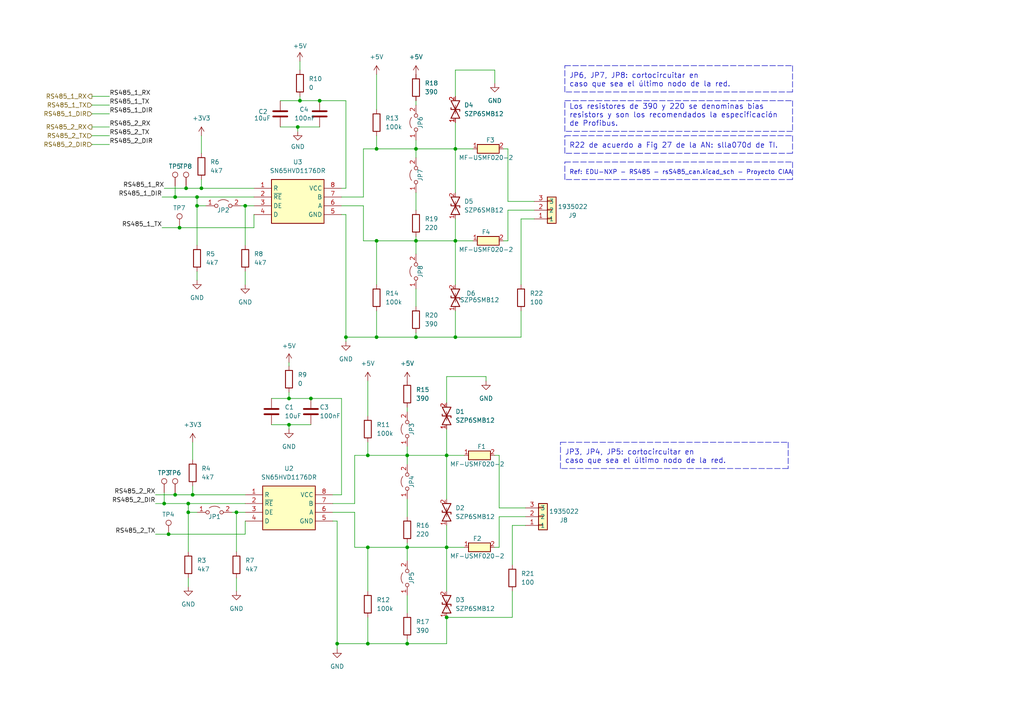
<source format=kicad_sch>
(kicad_sch (version 20211123) (generator eeschema)
  (paper "A4")
  (title_block (title "SAL/T") (date "2024-04-12") (rev "1.4") (company "Universidad de Buenos Aires") (comment 1 "Revisor: Adrian Laiuppa") (comment 2 "Autor: Martín Anús") (comment 3 "Placa principal"))
  (junction (at 52.07 66.04))
  (junction (at 106.68 186.69))
  (junction (at 132.08 43.18))
  (junction (at 129.54 132.08))
  (junction (at 109.22 97.79))
  (junction (at 106.68 158.75))
  (junction (at 71.12 59.69))
  (junction (at 118.11 132.08))
  (junction (at 48.895 154.94))
  (junction (at 54.61 148.59))
  (junction (at 97.79 186.69))
  (junction (at 109.22 69.85))
  (junction (at 132.08 69.85))
  (junction (at 53.975 54.61))
  (junction (at 83.82 123.19))
  (junction (at 47.625 146.05))
  (junction (at 118.11 158.75))
  (junction (at 55.88 143.51))
  (junction (at 106.68 132.08))
  (junction (at 129.54 158.75))
  (junction (at 86.995 29.21))
  (junction (at 58.42 54.61))
  (junction (at 132.08 97.79))
  (junction (at 120.65 69.85))
  (junction (at 83.82 115.57))
  (junction (at 54.61 146.05))
  (junction (at 57.15 59.69))
  (junction (at 92.71 29.21))
  (junction (at 118.11 186.69))
  (junction (at 90.17 115.57))
  (junction (at 100.33 97.79))
  (junction (at 109.22 43.18))
  (junction (at 86.36 36.83))
  (junction (at 120.65 97.79))
  (junction (at 129.54 179.07))
  (junction (at 120.65 43.18))
  (junction (at 68.58 148.59))
  (junction (at 50.8 57.15))
  (junction (at 50.8 143.51))
  (junction (at 57.15 57.15))
  (wire (pts (xy 132.08 63.5) (xy 132.08 69.85)))
  (wire (pts (xy 118.11 119.38) (xy 118.11 118.11)))
  (wire (pts (xy 143.51 20.32) (xy 143.51 24.13)))
  (wire (pts (xy 102.87 132.08) (xy 106.68 132.08)))
  (wire (pts (xy 129.54 152.4) (xy 129.54 158.75)))
  (wire (pts (xy 118.11 158.75) (xy 129.54 158.75)))
  (wire (pts (xy 105.41 69.85) (xy 109.22 69.85)))
  (wire (pts (xy 78.74 123.19) (xy 83.82 123.19)))
  (wire (pts (xy 151.13 82.55) (xy 151.13 63.5)))
  (wire (pts (xy 55.88 128.27) (xy 55.88 133.35)))
  (wire (pts (xy 129.54 109.22) (xy 140.97 109.22)))
  (wire (pts (xy 97.79 186.69) (xy 106.68 186.69)))
  (wire (pts (xy 120.65 69.85) (xy 120.65 73.66)))
  (wire (pts (xy 100.33 97.79) (xy 100.33 99.06)))
  (wire (pts (xy 109.22 97.79) (xy 100.33 97.79)))
  (wire (pts (xy 102.87 158.75) (xy 106.68 158.75)))
  (wire (pts (xy 120.65 55.88) (xy 120.65 60.96)))
  (wire (pts (xy 26.67 41.91) (xy 31.75 41.91)))
  (wire (pts (xy 54.61 148.59) (xy 54.61 160.02)))
  (polyline (pts (xy 229.87 46.99) (xy 229.87 52.07)))
  (wire (pts (xy 52.07 66.04) (xy 73.66 66.04)))
  (wire (pts (xy 118.11 186.69) (xy 129.54 186.69)))
  (polyline (pts (xy 229.87 26.67) (xy 163.83 26.67)))
  (wire (pts (xy 132.08 35.56) (xy 132.08 43.18)))
  (wire (pts (xy 106.68 186.69) (xy 118.11 186.69)))
  (wire (pts (xy 132.08 27.94) (xy 132.08 20.32)))
  (wire (pts (xy 48.895 154.94) (xy 71.12 154.94)))
  (wire (pts (xy 106.68 158.75) (xy 118.11 158.75)))
  (polyline (pts (xy 228.6 135.89) (xy 162.56 135.89)))
  (wire (pts (xy 50.8 142.875) (xy 50.8 143.51)))
  (wire (pts (xy 57.15 57.15) (xy 57.15 59.69)))
  (wire (pts (xy 132.08 97.79) (xy 151.13 97.79)))
  (wire (pts (xy 99.06 115.57) (xy 99.06 143.51)))
  (wire (pts (xy 106.68 132.08) (xy 118.11 132.08)))
  (wire (pts (xy 118.11 132.08) (xy 129.54 132.08)))
  (wire (pts (xy 58.42 39.37) (xy 58.42 44.45)))
  (wire (pts (xy 148.59 163.83) (xy 148.59 152.4)))
  (wire (pts (xy 129.54 158.75) (xy 129.54 171.45)))
  (polyline (pts (xy 229.87 39.37) (xy 229.87 44.45)))
  (wire (pts (xy 53.975 54.61) (xy 58.42 54.61)))
  (polyline (pts (xy 163.83 26.67) (xy 163.83 19.05)))
  (wire (pts (xy 86.995 27.94) (xy 86.995 29.21)))
  (wire (pts (xy 57.15 59.69) (xy 57.15 71.12)))
  (wire (pts (xy 46.99 66.04) (xy 52.07 66.04)))
  (wire (pts (xy 26.67 33.02) (xy 31.75 33.02)))
  (wire (pts (xy 86.36 36.83) (xy 92.71 36.83)))
  (wire (pts (xy 99.06 54.61) (xy 100.33 54.61)))
  (wire (pts (xy 83.82 123.19) (xy 90.17 123.19)))
  (wire (pts (xy 118.11 158.75) (xy 118.11 162.56)))
  (wire (pts (xy 71.12 59.69) (xy 71.12 71.12)))
  (wire (pts (xy 81.28 29.21) (xy 86.995 29.21)))
  (wire (pts (xy 81.28 36.83) (xy 86.36 36.83)))
  (wire (pts (xy 132.08 43.18) (xy 132.08 55.88)))
  (polyline (pts (xy 229.87 38.1) (xy 163.83 38.1)))
  (wire (pts (xy 57.15 59.69) (xy 59.69 59.69)))
  (wire (pts (xy 120.65 69.85) (xy 132.08 69.85)))
  (wire (pts (xy 100.33 97.79) (xy 100.33 62.23)))
  (wire (pts (xy 96.52 143.51) (xy 99.06 143.51)))
  (wire (pts (xy 99.06 62.23) (xy 100.33 62.23)))
  (wire (pts (xy 68.58 167.64) (xy 68.58 171.45)))
  (wire (pts (xy 26.67 39.37) (xy 31.75 39.37)))
  (wire (pts (xy 148.59 152.4) (xy 152.4 152.4)))
  (wire (pts (xy 118.11 172.72) (xy 118.11 177.8)))
  (wire (pts (xy 143.51 132.08) (xy 144.78 132.08)))
  (wire (pts (xy 45.085 154.94) (xy 48.895 154.94)))
  (wire (pts (xy 57.15 78.74) (xy 57.15 81.28)))
  (wire (pts (xy 47.625 54.61) (xy 53.975 54.61)))
  (wire (pts (xy 97.79 151.13) (xy 97.79 186.69)))
  (wire (pts (xy 26.67 30.48) (xy 31.75 30.48)))
  (wire (pts (xy 83.82 105.156) (xy 83.82 106.172)))
  (wire (pts (xy 86.995 17.78) (xy 86.995 20.32)))
  (wire (pts (xy 54.61 146.05) (xy 71.12 146.05)))
  (wire (pts (xy 50.8 57.15) (xy 57.15 57.15)))
  (wire (pts (xy 55.88 143.51) (xy 71.12 143.51)))
  (wire (pts (xy 146.05 69.85) (xy 147.32 69.85)))
  (wire (pts (xy 118.11 144.78) (xy 118.11 149.86)))
  (wire (pts (xy 58.42 52.07) (xy 58.42 54.61)))
  (wire (pts (xy 120.65 68.58) (xy 120.65 69.85)))
  (wire (pts (xy 132.08 69.85) (xy 137.16 69.85)))
  (wire (pts (xy 54.61 167.64) (xy 54.61 170.18)))
  (wire (pts (xy 146.05 43.18) (xy 147.32 43.18)))
  (wire (pts (xy 120.65 97.79) (xy 132.08 97.79)))
  (wire (pts (xy 99.06 57.15) (xy 105.41 57.15)))
  (wire (pts (xy 120.65 83.82) (xy 120.65 88.9)))
  (polyline (pts (xy 163.83 29.21) (xy 229.87 29.21)))
  (wire (pts (xy 71.12 151.13) (xy 71.12 154.94)))
  (wire (pts (xy 67.31 148.59) (xy 68.58 148.59)))
  (wire (pts (xy 46.99 57.15) (xy 50.8 57.15)))
  (wire (pts (xy 100.33 29.21) (xy 100.33 54.61)))
  (wire (pts (xy 106.68 110.49) (xy 106.68 120.65)))
  (polyline (pts (xy 163.83 19.05) (xy 229.87 19.05)))
  (wire (pts (xy 55.88 140.97) (xy 55.88 143.51)))
  (wire (pts (xy 50.8 143.51) (xy 55.88 143.51)))
  (wire (pts (xy 147.32 43.18) (xy 147.32 58.42)))
  (wire (pts (xy 106.68 158.75) (xy 106.68 171.45)))
  (wire (pts (xy 147.32 58.42) (xy 154.94 58.42)))
  (wire (pts (xy 71.12 59.69) (xy 73.66 59.69)))
  (wire (pts (xy 129.54 179.07) (xy 148.59 179.07)))
  (wire (pts (xy 144.78 147.32) (xy 152.4 147.32)))
  (polyline (pts (xy 229.87 52.07) (xy 163.83 52.07)))
  (wire (pts (xy 132.08 43.18) (xy 137.16 43.18)))
  (wire (pts (xy 78.74 115.57) (xy 83.82 115.57)))
  (polyline (pts (xy 162.56 135.89) (xy 162.56 128.27)))
  (wire (pts (xy 147.32 60.96) (xy 154.94 60.96)))
  (wire (pts (xy 144.78 158.75) (xy 144.78 149.86)))
  (wire (pts (xy 54.61 148.59) (xy 57.15 148.59)))
  (wire (pts (xy 58.42 54.61) (xy 73.66 54.61)))
  (wire (pts (xy 105.41 43.18) (xy 109.22 43.18)))
  (wire (pts (xy 54.61 146.05) (xy 54.61 148.59)))
  (polyline (pts (xy 229.87 29.21) (xy 229.87 38.1)))
  (wire (pts (xy 53.975 53.975) (xy 53.975 54.61)))
  (wire (pts (xy 97.79 188.214) (xy 97.79 186.69)))
  (wire (pts (xy 129.54 158.75) (xy 134.62 158.75)))
  (wire (pts (xy 47.625 142.875) (xy 47.625 146.05)))
  (wire (pts (xy 132.08 69.85) (xy 132.08 82.55)))
  (wire (pts (xy 120.65 30.48) (xy 120.65 29.21)))
  (wire (pts (xy 26.67 36.83) (xy 31.75 36.83)))
  (polyline (pts (xy 229.87 44.45) (xy 163.83 44.45)))
  (wire (pts (xy 118.11 157.48) (xy 118.11 158.75)))
  (wire (pts (xy 57.15 57.15) (xy 73.66 57.15)))
  (wire (pts (xy 96.52 148.59) (xy 102.87 148.59)))
  (wire (pts (xy 147.32 69.85) (xy 147.32 60.96)))
  (wire (pts (xy 69.85 59.69) (xy 71.12 59.69)))
  (wire (pts (xy 86.995 29.21) (xy 92.71 29.21)))
  (polyline (pts (xy 228.6 128.27) (xy 228.6 135.89)))
  (wire (pts (xy 96.52 151.13) (xy 97.79 151.13)))
  (polyline (pts (xy 163.83 46.99) (xy 229.87 46.99)))
  (wire (pts (xy 83.82 123.19) (xy 83.82 124.46)))
  (wire (pts (xy 148.59 171.45) (xy 148.59 179.07)))
  (wire (pts (xy 151.13 90.17) (xy 151.13 97.79)))
  (wire (pts (xy 90.17 115.57) (xy 99.06 115.57)))
  (wire (pts (xy 26.67 27.94) (xy 31.75 27.94)))
  (wire (pts (xy 118.11 129.54) (xy 118.11 132.08)))
  (wire (pts (xy 109.22 21.59) (xy 109.22 31.75)))
  (wire (pts (xy 106.68 128.27) (xy 106.68 132.08)))
  (wire (pts (xy 140.97 109.22) (xy 140.97 110.49)))
  (wire (pts (xy 129.54 116.84) (xy 129.54 109.22)))
  (wire (pts (xy 132.08 90.17) (xy 132.08 97.79)))
  (wire (pts (xy 71.12 78.74) (xy 71.12 82.55)))
  (wire (pts (xy 109.22 90.17) (xy 109.22 97.79)))
  (wire (pts (xy 120.65 43.18) (xy 120.65 45.72)))
  (polyline (pts (xy 162.56 128.27) (xy 228.6 128.27)))
  (wire (pts (xy 47.625 146.05) (xy 54.61 146.05)))
  (wire (pts (xy 105.41 43.18) (xy 105.41 57.15)))
  (wire (pts (xy 129.54 132.08) (xy 129.54 144.78)))
  (wire (pts (xy 109.22 69.85) (xy 109.22 82.55)))
  (wire (pts (xy 105.41 59.69) (xy 105.41 69.85)))
  (wire (pts (xy 144.78 149.86) (xy 152.4 149.86)))
  (wire (pts (xy 151.13 63.5) (xy 154.94 63.5)))
  (wire (pts (xy 129.54 124.46) (xy 129.54 132.08)))
  (wire (pts (xy 144.78 132.08) (xy 144.78 147.32)))
  (wire (pts (xy 45.085 143.51) (xy 50.8 143.51)))
  (wire (pts (xy 129.54 132.08) (xy 134.62 132.08)))
  (wire (pts (xy 109.22 39.37) (xy 109.22 43.18)))
  (wire (pts (xy 109.22 43.18) (xy 120.65 43.18)))
  (wire (pts (xy 120.65 96.52) (xy 120.65 97.79)))
  (wire (pts (xy 118.11 132.08) (xy 118.11 134.62)))
  (wire (pts (xy 68.58 148.59) (xy 71.12 148.59)))
  (wire (pts (xy 143.51 158.75) (xy 144.78 158.75)))
  (wire (pts (xy 129.54 179.07) (xy 129.54 186.69)))
  (polyline (pts (xy 229.87 19.05) (xy 229.87 26.67)))
  (polyline (pts (xy 163.83 38.1) (xy 163.83 29.21)))
  (wire (pts (xy 83.82 115.57) (xy 90.17 115.57)))
  (wire (pts (xy 92.71 29.21) (xy 100.33 29.21)))
  (wire (pts (xy 118.11 185.42) (xy 118.11 186.69)))
  (wire (pts (xy 99.06 59.69) (xy 105.41 59.69)))
  (wire (pts (xy 86.36 36.83) (xy 86.36 38.1)))
  (wire (pts (xy 73.66 62.23) (xy 73.66 66.04)))
  (wire (pts (xy 50.8 53.975) (xy 50.8 57.15)))
  (wire (pts (xy 132.08 20.32) (xy 143.51 20.32)))
  (wire (pts (xy 109.22 97.79) (xy 120.65 97.79)))
  (wire (pts (xy 109.22 69.85) (xy 120.65 69.85)))
  (wire (pts (xy 68.58 148.59) (xy 68.58 160.02)))
  (wire (pts (xy 102.87 148.59) (xy 102.87 158.75)))
  (wire (pts (xy 102.87 132.08) (xy 102.87 146.05)))
  (wire (pts (xy 83.82 113.792) (xy 83.82 115.57)))
  (wire (pts (xy 120.65 43.18) (xy 132.08 43.18)))
  (wire (pts (xy 45.085 146.05) (xy 47.625 146.05)))
  (polyline (pts (xy 163.83 44.45) (xy 163.83 39.37)))
  (wire (pts (xy 96.52 146.05) (xy 102.87 146.05)))
  (polyline (pts (xy 163.83 39.37) (xy 229.87 39.37)))
  (wire (pts (xy 120.65 40.64) (xy 120.65 43.18)))
  (wire (pts (xy 106.68 179.07) (xy 106.68 186.69)))
  (polyline (pts (xy 163.83 52.07) (xy 163.83 46.99)))
  (text "Los resistores de 390 y 220 se denominas bias \nresistors y son los recomendados la especificación \nde Profibus." (at 165.1 36.83 0) (effects (font (size 1.524 1.524)) (justify left bottom)))
  (text "JP6, JP7, JP8: cortocircuitar en\ncaso que sea el último nodo de la red." (at 165.1 25.4 0) (effects (font (size 1.524 1.524)) (justify left bottom)))
  (text "JP3, JP4, JP5: cortocircuitar en\ncaso que sea el último nodo de la red." (at 163.83 134.62 0) (effects (font (size 1.524 1.524)) (justify left bottom)))
  (text "Ref: EDU-NXP - RS485 - rsS485_can.kicad_sch - Proyecto CIAA" (at 165.1 50.8 0) (effects (font (size 1.27 1.27)) (justify left bottom)))
  (text "R22 de acuerdo a Fig 27 de la AN: slla070d de TI.\n" (at 165.1 43.18 0) (effects (font (size 1.524 1.524)) (justify left bottom)))
  (label "RS485_2_DIR" (at 31.75 41.91 0))
  (label "RS485_1_RX" (at 31.75 27.94 0))
  (label "RS485_1_DIR" (at 31.75 33.02 0))
  (label "RS485_1_TX" (at 46.99 66.04 180))
  (label "RS485_2_TX" (at 31.75 39.37 0))
  (label "RS485_1_TX" (at 31.75 30.48 0))
  (label "RS485_2_TX" (at 45.085 154.94 180))
  (label "RS485_1_DIR" (at 46.99 57.15 180))
  (label "RS485_2_DIR" (at 45.085 146.05 180))
  (label "RS485_2_RX" (at 31.75 36.83 0))
  (label "RS485_1_RX" (at 47.625 54.61 180))
  (label "RS485_2_RX" (at 45.085 143.51 180))
  (hierarchical_label "RS485_2_TX" (shape input) (at 26.67 39.37 180))
  (hierarchical_label "RS485_1_TX" (shape input) (at 26.67 30.48 180))
  (hierarchical_label "RS485_2_DIR" (shape input) (at 26.67 41.91 180))
  (hierarchical_label "RS485_1_DIR" (shape input) (at 26.67 33.02 180))
  (hierarchical_label "RS485_1_RX" (shape output) (at 26.67 27.94 180))
  (hierarchical_label "RS485_2_RX" (shape output) (at 26.67 36.83 180))
  (symbol (lib_id "power:+5V") (at 86.995 17.78 0) (mirror y) (unit 1)
    (property "Reference" "#PWR016" (effects hide))
    (property "Value" "+5V" (at 86.995 13.335 0))
  )
  (symbol (lib_id "power:+5V") (at 83.82 105.156 0) (mirror y) (unit 1)
    (property "Reference" "#PWR013" (effects hide))
    (property "Value" "+5V" (at 83.82 100.33 0))
  )
  (symbol (lib_name "MF-USMF020-2_3") (lib_id "salt:MF-USMF020-2") (at 134.62 132.08 0) (unit 1)
    (property "Reference" "F1" (at 139.7 129.54 0))
    (property "Value" "MF-USMF020-2" (at 138.43 134.62 0))
    (property "Footprint" "salt:FUSC3226X110N" (effects hide))
    (property "Datasheet" "https://www.bourns.com/docs/Product-Datasheets/mfusmf.pdf" (effects hide))
    (property "Height" "1.1" (effects hide))
    (property "Mouser Part Number" "652-MF-USMF020-2" (effects hide))
    (property "Mouser Price/Stock" "https://www.mouser.co.uk/ProductDetail/Bourns/MF-USMF020-2?qs=vF78I%252BjhbY80Iv10TNGu8Q%3D%3D" (effects hide))
    (property "Manufacturer_Name" "Bourns" (effects hide))
    (property "Manufacturer_Part_Number" "MF-USMF020-2" (effects hide))
  )
  (symbol (lib_id "salt:TestPoint") (at 53.975 53.975 0) (unit 1)
    (property "Reference" "TP8" (at 52.07 48.26 0) (effects (justify left)))
    (property "Value" "TestPoint" (effects hide))
    (property "Footprint" "salt:testpoint" (effects hide))
  )
  (symbol (lib_id "salt:R_4K7") (at 54.61 163.83 0) (unit 1)
    (property "Reference" "R3" (at 57.15 162.5599 0) (effects (justify left)))
    (property "Value" "4k7" (at 57.15 165.0999 0) (effects (justify left)))
    (property "Footprint" "Resistor_SMD:R_0805_2012Metric_Pad1.20x1.40mm_HandSolder" (effects hide))
    (property "Datasheet" "https://ar.mouser.com/datasheet/2/447/PYu_RC_Group_51_RoHS_L_11-1984063.pdf" (effects hide))
    (property "Mouser Part Number" "603-RC0805FR-104K7L" (effects hide))
    (property "Mouser Price/Stock" "https://ar.mouser.com/ProductDetail/YAGEO/RC0805FR-104K7L?qs=m6lXFsvg5e3qsGC2wfapPw%3D%3D" (effects hide))
    (property "Manufacturer_Name" "YAGEO" (effects hide))
    (property "Manufacturer_Part_Number" "RC0805FR-104K7L" (effects hide))
  )
  (symbol (lib_id "power:GND") (at 140.97 110.49 0) (unit 1)
    (property "Reference" "#PWR023" (effects hide))
    (property "Value" "GND" (at 140.97 115.57 0))
  )
  (symbol (lib_id "salt:R_100") (at 151.13 86.36 0) (unit 1)
    (property "Reference" "R22" (at 153.67 85.0899 0) (effects (justify left)))
    (property "Value" "100" (at 153.67 87.6299 0) (effects (justify left)))
    (property "Footprint" "Resistor_SMD:R_0805_2012Metric_Pad1.20x1.40mm_HandSolder" (effects hide))
    (property "Datasheet" "https://ar.mouser.com/datasheet/2/447/PYu_RC_Group_51_RoHS_L_11-1984063.pdf" (effects hide))
    (property "Mouser Part Number" "603-RC0805FR-10100RL" (effects hide))
    (property "Mouser Price/Stock" "https://ar.mouser.com/ProductDetail/YAGEO/RC0805FR-10100RL?qs=g6xwsc4j%252B%2FoYV9cxut0j6Q%3D%3D" (effects hide))
    (property "Manufacturer_Name" "YAGEO" (effects hide))
    (property "Manufacturer_Part_Number" "RC0805FR-10100RL" (effects hide))
  )
  (symbol (lib_name "SZP6SMB12CAT3G_4") (lib_id "salt:SZP6SMB12CAT3G") (at 129.54 179.07 90) (unit 1)
    (property "Reference" "D3" (at 132.08 173.9899 90) (effects (justify right)))
    (property "Value" "SZP6SMB12" (at 132.08 176.5299 90) (effects (justify right)))
    (property "Footprint" "salt:DIOM5436X247N" (effects hide))
    (property "Datasheet" "https://www.littelfuse.com/~/media/electronics/datasheets/tvs_diodes/littelfuse_tvs_diode_szp6smb_datasheet.pdf.pdf" (effects hide))
    (property "Height" "2.47" (effects hide))
    (property "Mouser Part Number" "863-SZP6SMB12CAT3G" (effects hide))
    (property "Mouser Price/Stock" "https://www.mouser.co.uk/ProductDetail/Littelfuse/SZP6SMB12CAT3G?qs=sK5eIuwOod79VxlBvAdu3Q%3D%3D" (effects hide))
    (property "Manufacturer_Name" "LITTELFUSE" (effects hide))
    (property "Manufacturer_Part_Number" "SZP6SMB12CAT3G" (effects hide))
  )
  (symbol (lib_id "power:GND") (at 57.15 81.28 0) (unit 1)
    (property "Reference" "#PWR09" (effects hide))
    (property "Value" "GND" (at 57.15 86.36 0))
  )
  (symbol (lib_id "power:+3V3") (at 55.88 128.27 0) (unit 1)
    (property "Reference" "#PWR08" (effects hide))
    (property "Value" "+3V3" (at 55.88 123.19 0))
  )
  (symbol (lib_name "Jumper_3") (lib_id "salt:Jumper") (at 120.65 50.8 90) (unit 1)
    (property "Reference" "JP7" (at 121.92 50.8 0))
    (property "Value" "Jumper_2_Bridged" (effects hide))
    (property "Footprint" "Jumper:SolderJumper-2_P1.3mm_Open_TrianglePad1.0x1.5mm" (effects hide))
    (property "Mouser Part Number" "474-PRT-09044" (effects hide))
    (property "Mouser Price/Stock" "https://ar.mouser.com/ProductDetail/SparkFun/PRT-09044?qs=WyAARYrbSnZhF3ceVBeBOA%3D%3D" (effects hide))
    (property "Manufacturer_Name" "SparkFun" (effects hide))
    (property "Manufacturer_Part_Number" "PRT-09044" (effects hide))
  )
  (symbol (lib_name "R_100K_1") (lib_id "salt:R_100K") (at 106.68 175.26 0) (unit 1)
    (property "Reference" "R12" (at 109.22 173.9899 0) (effects (justify left)))
    (property "Value" "100k" (at 109.22 176.5299 0) (effects (justify left)))
    (property "Footprint" "Resistor_SMD:R_0805_2012Metric_Pad1.20x1.40mm_HandSolder" (effects hide))
    (property "Datasheet" "https://ar.mouser.com/datasheet/2/447/YAGEO_PYu_RC_Group_51_RoHS_L_12-3313492.pdf" (effects hide))
    (property "Mouser Part Number" "RC0805FR-10100KL" (effects hide))
    (property "Mouser Price/Stock" "https://ar.mouser.com/ProductDetail/YAGEO/RC0805FR-10100KL?qs=g6xwsc4j%252B%2FqVNq2KE2UHnA%3D%3D" (effects hide))
    (property "Manufacturer_Name" "YAGEO" (effects hide))
    (property "Manufacturer_Part_Number" "RC0805FR-10100KL" (effects hide))
  )
  (symbol (lib_id "salt:SZP6SMB12CAT3G") (at 129.54 152.4 90) (unit 1)
    (property "Reference" "D2" (at 132.08 147.3199 90) (effects (justify right)))
    (property "Value" "SZP6SMB12" (at 132.08 149.8599 90) (effects (justify right)))
    (property "Footprint" "salt:DIOM5436X247N" (effects hide))
    (property "Datasheet" "https://www.littelfuse.com/~/media/electronics/datasheets/tvs_diodes/littelfuse_tvs_diode_szp6smb_datasheet.pdf.pdf" (effects hide))
    (property "Height" "2.47" (effects hide))
    (property "Mouser Part Number" "863-SZP6SMB12CAT3G" (effects hide))
    (property "Mouser Price/Stock" "https://www.mouser.co.uk/ProductDetail/Littelfuse/SZP6SMB12CAT3G?qs=sK5eIuwOod79VxlBvAdu3Q%3D%3D" (effects hide))
    (property "Manufacturer_Name" "LITTELFUSE" (effects hide))
    (property "Manufacturer_Part_Number" "SZP6SMB12CAT3G" (effects hide))
  )
  (symbol (lib_id "salt:1935022") (at 160.02 60.96 0) (mirror x) (unit 1)
    (property "Reference" "J9" (at 164.846 62.484 0) (effects (justify left)))
    (property "Value" "1935022" (at 166.116 59.944 0))
    (property "Footprint" "salt:1935022" (effects hide))
    (property "Datasheet" "https://www.phoenixcontact.com/us/products/1935022/pdf" (effects hide))
    (property "Height" "8.72" (effects hide))
    (property "Mouser Part Number" "651-1935022" (effects hide))
    (property "Mouser Price/Stock" "https://ar.mouser.com/ProductDetail/Phoenix-Contact/1935022?qs=i11qaVCyeWoRj2tPTAbaig%3D%3D" (effects hide))
    (property "Manufacturer_Name" "Phoenix Contact" (effects hide))
    (property "Manufacturer_Part_Number" "1935022" (effects hide))
  )
  (symbol (lib_id "salt:SN65HVD1176DR") (at 71.12 143.51 0) (unit 1)
    (property "Reference" "U2" (at 83.82 135.89 0))
    (property "Value" "SN65HVD1176DR" (at 83.82 138.43 0))
    (property "Footprint" "salt:SOIC127P600X175-8N" (effects hide))
    (property "Datasheet" "http://www.ti.com/lit/gpn/sn65hvd1176" (effects hide))
    (property "Height" "1.75" (effects hide))
    (property "Mouser Part Number" "595-SN65HVD1176DR" (effects hide))
    (property "Mouser Price/Stock" "https://www.mouser.co.uk/ProductDetail/Texas-Instruments/SN65HVD1176DR?qs=QViXGNcIEAsAVZ5iRsO8EQ%3D%3D" (effects hide))
    (property "Manufacturer_Name" "Texas Instruments" (effects hide))
    (property "Manufacturer_Part_Number" "SN65HVD1176DR" (effects hide))
  )
  (symbol (lib_name "Jumper_2") (lib_id "salt:Jumper") (at 120.65 78.74 90) (unit 1)
    (property "Reference" "JP8" (at 121.92 78.74 0))
    (property "Value" "Jumper_2_Bridged" (effects hide))
    (property "Footprint" "Jumper:SolderJumper-2_P1.3mm_Open_TrianglePad1.0x1.5mm" (effects hide))
    (property "Mouser Part Number" "474-PRT-09044" (effects hide))
    (property "Mouser Price/Stock" "https://ar.mouser.com/ProductDetail/SparkFun/PRT-09044?qs=WyAARYrbSnZhF3ceVBeBOA%3D%3D" (effects hide))
    (property "Manufacturer_Name" "SparkFun" (effects hide))
    (property "Manufacturer_Part_Number" "PRT-09044" (effects hide))
  )
  (symbol (lib_name "SZP6SMB12CAT3G_5") (lib_id "salt:SZP6SMB12CAT3G") (at 132.08 63.5 90) (unit 1)
    (property "Reference" "D5" (at 134.62 58.4199 90) (effects (justify right)))
    (property "Value" "SZP6SMB12" (at 134.62 60.9599 90) (effects (justify right)))
    (property "Footprint" "salt:DIOM5436X247N" (effects hide))
    (property "Datasheet" "https://www.littelfuse.com/~/media/electronics/datasheets/tvs_diodes/littelfuse_tvs_diode_szp6smb_datasheet.pdf.pdf" (effects hide))
    (property "Height" "2.47" (effects hide))
    (property "Mouser Part Number" "863-SZP6SMB12CAT3G" (effects hide))
    (property "Mouser Price/Stock" "https://www.mouser.co.uk/ProductDetail/Littelfuse/SZP6SMB12CAT3G?qs=sK5eIuwOod79VxlBvAdu3Q%3D%3D" (effects hide))
    (property "Manufacturer_Name" "LITTELFUSE" (effects hide))
    (property "Manufacturer_Part_Number" "SZP6SMB12CAT3G" (effects hide))
  )
  (symbol (lib_name "Jumper_4") (lib_id "salt:Jumper") (at 118.11 124.46 90) (unit 1)
    (property "Reference" "JP3" (at 119.38 124.46 0))
    (property "Value" "Jumper_2_Bridged" (effects hide))
    (property "Footprint" "Jumper:SolderJumper-2_P1.3mm_Open_TrianglePad1.0x1.5mm" (effects hide))
    (property "Mouser Part Number" "474-PRT-09044" (effects hide))
    (property "Mouser Price/Stock" "https://ar.mouser.com/ProductDetail/SparkFun/PRT-09044?qs=WyAARYrbSnZhF3ceVBeBOA%3D%3D" (effects hide))
    (property "Manufacturer_Name" "SparkFun" (effects hide))
    (property "Manufacturer_Part_Number" "PRT-09044" (effects hide))
  )
  (symbol (lib_id "salt:R_4K7") (at 57.15 74.93 0) (unit 1)
    (property "Reference" "R5" (at 59.69 73.6599 0) (effects (justify left)))
    (property "Value" "4k7" (at 59.69 76.1999 0) (effects (justify left)))
    (property "Footprint" "Resistor_SMD:R_0805_2012Metric_Pad1.20x1.40mm_HandSolder" (effects hide))
    (property "Datasheet" "https://ar.mouser.com/datasheet/2/447/PYu_RC_Group_51_RoHS_L_11-1984063.pdf" (effects hide))
    (property "Mouser Part Number" "603-RC0805FR-104K7L" (effects hide))
    (property "Mouser Price/Stock" "https://ar.mouser.com/ProductDetail/YAGEO/RC0805FR-104K7L?qs=m6lXFsvg5e3qsGC2wfapPw%3D%3D" (effects hide))
    (property "Manufacturer_Name" "YAGEO" (effects hide))
    (property "Manufacturer_Part_Number" "RC0805FR-104K7L" (effects hide))
  )
  (symbol (lib_id "power:GND") (at 100.33 99.06 0) (unit 1)
    (property "Reference" "#PWR018" (effects hide))
    (property "Value" "GND" (at 100.33 104.14 0))
  )
  (symbol (lib_id "salt:R_4K7") (at 68.58 163.83 0) (unit 1)
    (property "Reference" "R7" (at 71.12 162.5599 0) (effects (justify left)))
    (property "Value" "4k7" (at 71.12 165.0999 0) (effects (justify left)))
    (property "Footprint" "Resistor_SMD:R_0805_2012Metric_Pad1.20x1.40mm_HandSolder" (effects hide))
    (property "Datasheet" "https://ar.mouser.com/datasheet/2/447/PYu_RC_Group_51_RoHS_L_11-1984063.pdf" (effects hide))
    (property "Mouser Part Number" "603-RC0805FR-104K7L" (effects hide))
    (property "Mouser Price/Stock" "https://ar.mouser.com/ProductDetail/YAGEO/RC0805FR-104K7L?qs=m6lXFsvg5e3qsGC2wfapPw%3D%3D" (effects hide))
    (property "Manufacturer_Name" "YAGEO" (effects hide))
    (property "Manufacturer_Part_Number" "RC0805FR-104K7L" (effects hide))
  )
  (symbol (lib_id "power:GND") (at 143.51 24.13 0) (unit 1)
    (property "Reference" "#PWR024" (effects hide))
    (property "Value" "GND" (at 143.51 29.21 0))
  )
  (symbol (lib_id "salt:R_390") (at 118.11 181.61 0) (unit 1)
    (property "Reference" "R17" (at 120.65 180.3399 0) (effects (justify left)))
    (property "Value" "390" (at 120.65 182.8799 0) (effects (justify left)))
    (property "Footprint" "Resistor_SMD:R_0805_2012Metric_Pad1.20x1.40mm_HandSolder" (effects hide))
    (property "Datasheet" "https://ar.mouser.com/datasheet/2/447/YAGEO_PYu_RC_Group_51_RoHS_L_12-3313492.pdf" (effects hide))
    (property "Mouser Part Number" "603-RC0805FR-07390RL" (effects hide))
    (property "Mouser Price/Stock" "https://ar.mouser.com/ProductDetail/YAGEO/RC0805FR-07390RL?qs=KCkj9j0IqmWY8N7pYtjFNQ%3D%3D" (effects hide))
    (property "Manufacturer_Name" "YAGEO" (effects hide))
    (property "Manufacturer_Part_Number" "RC0805FR-07390RL" (effects hide))
  )
  (symbol (lib_id "power:+5V") (at 118.11 110.49 0) (unit 1)
    (property "Reference" "#PWR021" (effects hide))
    (property "Value" "+5V" (at 118.11 105.41 0))
  )
  (symbol (lib_id "salt:R_390") (at 120.65 25.4 0) (unit 1)
    (property "Reference" "R18" (at 123.19 24.1299 0) (effects (justify left)))
    (property "Value" "390" (at 123.19 26.6699 0) (effects (justify left)))
    (property "Footprint" "Resistor_SMD:R_0805_2012Metric_Pad1.20x1.40mm_HandSolder" (effects hide))
    (property "Datasheet" "https://ar.mouser.com/datasheet/2/447/YAGEO_PYu_RC_Group_51_RoHS_L_12-3313492.pdf" (effects hide))
    (property "Mouser Part Number" "603-RC0805FR-07390RL" (effects hide))
    (property "Mouser Price/Stock" "https://ar.mouser.com/ProductDetail/YAGEO/RC0805FR-07390RL?qs=KCkj9j0IqmWY8N7pYtjFNQ%3D%3D" (effects hide))
    (property "Manufacturer_Name" "YAGEO" (effects hide))
    (property "Manufacturer_Part_Number" "RC0805FR-07390RL" (effects hide))
  )
  (symbol (lib_name "Jumper_5") (lib_id "salt:Jumper") (at 118.11 139.7 90) (unit 1)
    (property "Reference" "JP4" (at 119.38 139.7 0))
    (property "Value" "Jumper_2_Bridged" (effects hide))
    (property "Footprint" "Jumper:SolderJumper-2_P1.3mm_Open_TrianglePad1.0x1.5mm" (effects hide))
    (property "Mouser Part Number" "474-PRT-09044" (effects hide))
    (property "Mouser Price/Stock" "https://ar.mouser.com/ProductDetail/SparkFun/PRT-09044?qs=WyAARYrbSnZhF3ceVBeBOA%3D%3D" (effects hide))
    (property "Manufacturer_Name" "SparkFun" (effects hide))
    (property "Manufacturer_Part_Number" "PRT-09044" (effects hide))
  )
  (symbol (lib_id "salt:R_220") (at 120.65 64.77 0) (unit 1)
    (property "Reference" "R19" (at 123.19 63.4999 0) (effects (justify left)))
    (property "Value" "220" (at 123.19 66.0399 0) (effects (justify left)))
    (property "Footprint" "Resistor_SMD:R_0805_2012Metric_Pad1.20x1.40mm_HandSolder" (effects hide))
    (property "Datasheet" "https://ar.mouser.com/datasheet/2/447/PYu_RC_Group_51_RoHS_L_11-1984063.pdf" (effects hide))
    (property "Mouser Part Number" "603-RC0805FR-13220RL" (effects hide))
    (property "Mouser Price/Stock" "https://ar.mouser.com/ProductDetail/YAGEO/RC0805FR-13220RL?qs=m6lXFsvg5e2iBXKHbsJECg%3D%3D" (effects hide))
    (property "Manufacturer_Name" "YAGEO" (effects hide))
    (property "Manufacturer_Part_Number" "RC0805FR-13220RL" (effects hide))
  )
  (symbol (lib_id "salt:R_0") (at 83.82 109.982 0) (mirror y) (unit 1)
    (property "Reference" "R9" (at 86.36 108.7119 0) (effects (justify right)))
    (property "Value" "0" (at 86.36 111.2519 0) (effects (justify right)))
    (property "Footprint" "Resistor_SMD:R_0805_2012Metric_Pad1.20x1.40mm_HandSolder" (effects hide))
  )
  (symbol (lib_id "salt:R_4K7") (at 71.12 74.93 0) (unit 1)
    (property "Reference" "R8" (at 73.66 73.6599 0) (effects (justify left)))
    (property "Value" "4k7" (at 73.66 76.1999 0) (effects (justify left)))
    (property "Footprint" "Resistor_SMD:R_0805_2012Metric_Pad1.20x1.40mm_HandSolder" (effects hide))
    (property "Datasheet" "https://ar.mouser.com/datasheet/2/447/PYu_RC_Group_51_RoHS_L_11-1984063.pdf" (effects hide))
    (property "Mouser Part Number" "603-RC0805FR-104K7L" (effects hide))
    (property "Mouser Price/Stock" "https://ar.mouser.com/ProductDetail/YAGEO/RC0805FR-104K7L?qs=m6lXFsvg5e3qsGC2wfapPw%3D%3D" (effects hide))
    (property "Manufacturer_Name" "YAGEO" (effects hide))
    (property "Manufacturer_Part_Number" "RC0805FR-104K7L" (effects hide))
  )
  (symbol (lib_id "salt:R_100") (at 148.59 167.64 0) (unit 1)
    (property "Reference" "R21" (at 151.13 166.3699 0) (effects (justify left)))
    (property "Value" "100" (at 151.13 168.9099 0) (effects (justify left)))
    (property "Footprint" "Resistor_SMD:R_0805_2012Metric_Pad1.20x1.40mm_HandSolder" (effects hide))
    (property "Datasheet" "https://ar.mouser.com/datasheet/2/447/PYu_RC_Group_51_RoHS_L_11-1984063.pdf" (effects hide))
    (property "Mouser Part Number" "603-RC0805FR-10100RL" (effects hide))
    (property "Mouser Price/Stock" "https://ar.mouser.com/ProductDetail/YAGEO/RC0805FR-10100RL?qs=g6xwsc4j%252B%2FoYV9cxut0j6Q%3D%3D" (effects hide))
    (property "Manufacturer_Name" "YAGEO" (effects hide))
    (property "Manufacturer_Part_Number" "RC0805FR-10100RL" (effects hide))
  )
  (symbol (lib_id "salt:R_100K") (at 109.22 86.36 0) (unit 1)
    (property "Reference" "R14" (at 111.76 85.0899 0) (effects (justify left)))
    (property "Value" "100k" (at 111.76 87.6299 0) (effects (justify left)))
    (property "Footprint" "Resistor_SMD:R_0805_2012Metric_Pad1.20x1.40mm_HandSolder" (effects hide))
    (property "Datasheet" "https://ar.mouser.com/datasheet/2/447/YAGEO_PYu_RC_Group_51_RoHS_L_12-3313492.pdf" (effects hide))
    (property "Mouser Part Number" "RC0805FR-10100KL" (effects hide))
    (property "Mouser Price/Stock" "https://ar.mouser.com/ProductDetail/YAGEO/RC0805FR-10100KL?qs=g6xwsc4j%252B%2FqVNq2KE2UHnA%3D%3D" (effects hide))
    (property "Manufacturer_Name" "YAGEO" (effects hide))
    (property "Manufacturer_Part_Number" "RC0805FR-10100KL" (effects hide))
  )
  (symbol (lib_name "SZP6SMB12CAT3G_1") (lib_id "salt:SZP6SMB12CAT3G") (at 132.08 90.17 90) (unit 1)
    (property "Reference" "D6" (at 135.255 85.09 90) (effects (justify right)))
    (property "Value" "SZP6SMB12" (at 133.35 86.995 90) (effects (justify right)))
    (property "Footprint" "salt:DIOM5436X247N" (effects hide))
    (property "Datasheet" "https://www.littelfuse.com/~/media/electronics/datasheets/tvs_diodes/littelfuse_tvs_diode_szp6smb_datasheet.pdf.pdf" (effects hide))
    (property "Height" "2.47" (effects hide))
    (property "Mouser Part Number" "863-SZP6SMB12CAT3G" (effects hide))
    (property "Mouser Price/Stock" "https://www.mouser.co.uk/ProductDetail/Littelfuse/SZP6SMB12CAT3G?qs=sK5eIuwOod79VxlBvAdu3Q%3D%3D" (effects hide))
    (property "Manufacturer_Name" "LITTELFUSE" (effects hide))
    (property "Manufacturer_Part_Number" "SZP6SMB12CAT3G" (effects hide))
  )
  (symbol (lib_id "power:GND") (at 97.79 188.214 0) (unit 1)
    (property "Reference" "#PWR017" (effects hide))
    (property "Value" "GND" (at 97.79 193.294 0))
  )
  (symbol (lib_id "salt:Jumper") (at 64.77 59.69 0) (unit 1)
    (property "Reference" "JP2" (at 64.77 60.96 0))
    (property "Value" "Jumper_2_Bridged" (effects hide))
    (property "Footprint" "Jumper:SolderJumper-2_P1.3mm_Open_TrianglePad1.0x1.5mm" (effects hide))
    (property "Mouser Part Number" "474-PRT-09044" (effects hide))
    (property "Mouser Price/Stock" "https://ar.mouser.com/ProductDetail/SparkFun/PRT-09044?qs=WyAARYrbSnZhF3ceVBeBOA%3D%3D" (effects hide))
    (property "Manufacturer_Name" "SparkFun" (effects hide))
    (property "Manufacturer_Part_Number" "PRT-09044" (effects hide))
  )
  (symbol (lib_id "salt:R_0") (at 86.995 24.13 0) (unit 1)
    (property "Reference" "R10" (at 89.535 22.8599 0) (effects (justify left)))
    (property "Value" "0" (at 89.535 25.3999 0) (effects (justify left)))
    (property "Footprint" "Resistor_SMD:R_0805_2012Metric_Pad1.20x1.40mm_HandSolder" (effects hide))
  )
  (symbol (lib_id "salt:C_10uF") (at 81.28 33.02 0) (unit 1)
    (property "Reference" "C2" (at 74.93 32.385 0) (effects (justify left)))
    (property "Value" "10uF" (at 73.66 34.29 0) (effects (justify left)))
    (property "Footprint" "Capacitor_SMD:C_0805_2012Metric_Pad1.18x1.45mm_HandSolder" (effects hide))
    (property "Datasheet" "https://ar.mouser.com/datasheet/2/447/KEM_C1002_X7R_SMD-3316098.pdf" (effects hide))
    (property "Mouser Part Number" "80-C1206C106K4R" (effects hide))
    (property "Mouser Price/Stock" "https://ar.mouser.com/ProductDetail/KEMET/C1206C106K4RACTU?qs=guDyKOyRtV0mxqxQedB7kA%3D%3D" (effects hide))
    (property "Manufacturer_Name" "KEMET" (effects hide))
    (property "Manufacturer_Part_Number" "C1206C106K4RACTU" (effects hide))
  )
  (symbol (lib_id "power:GND") (at 86.36 38.1 0) (unit 1)
    (property "Reference" "#PWR015" (effects hide))
    (property "Value" "GND" (at 86.36 42.545 0))
  )
  (symbol (lib_id "power:+5V") (at 109.22 21.59 0) (unit 1)
    (property "Reference" "#PWR020" (effects hide))
    (property "Value" "+5V" (at 109.22 16.51 0))
  )
  (symbol (lib_id "salt:C_100nF") (at 90.17 119.38 0) (unit 1)
    (property "Reference" "C3" (at 92.71 118.11 0) (effects (justify left)))
    (property "Value" "100nF" (at 92.71 120.65 0) (effects (justify left)))
    (property "Footprint" "Capacitor_SMD:C_0805_2012Metric_Pad1.18x1.45mm_HandSolder" (effects hide))
    (property "Datasheet" "https://ar.mouser.com/datasheet/2/447/KEM_C1002_X7R_SMD-3316098.pdf" (effects hide))
    (property "Mouser Part Number" "80-C0805C104K4R" (effects hide))
    (property "Mouser Price/Stock" "https://ar.mouser.com/ProductDetail/KEMET/C0805C104K4RACTU?qs=Pc30aiB8zWWfqQNJWggt%252BA%3D%3D" (effects hide))
    (property "Manufacturer_Name" "KEMET" (effects hide))
    (property "Manufacturer_Part_Number" "C0805C104K4RACTU" (effects hide))
  )
  (symbol (lib_id "salt:C_100nF") (at 92.71 33.02 0) (mirror y) (unit 1)
    (property "Reference" "C4" (at 89.535 31.75 0) (effects (justify left)))
    (property "Value" "100nF" (at 91.44 34.29 0) (effects (justify left)))
    (property "Footprint" "Capacitor_SMD:C_0805_2012Metric_Pad1.18x1.45mm_HandSolder" (effects hide))
    (property "Datasheet" "https://ar.mouser.com/datasheet/2/447/KEM_C1002_X7R_SMD-3316098.pdf" (effects hide))
    (property "Mouser Part Number" "80-C0805C104K4R" (effects hide))
    (property "Mouser Price/Stock" "https://ar.mouser.com/ProductDetail/KEMET/C0805C104K4RACTU?qs=Pc30aiB8zWWfqQNJWggt%252BA%3D%3D" (effects hide))
    (property "Manufacturer_Name" "KEMET" (effects hide))
    (property "Manufacturer_Part_Number" "C0805C104K4RACTU" (effects hide))
  )
  (symbol (lib_id "salt:TestPoint") (at 50.8 53.975 0) (unit 1)
    (property "Reference" "TP5" (at 48.895 48.26 0) (effects (justify left)))
    (property "Value" "TestPoint" (effects hide))
    (property "Footprint" "salt:testpoint" (effects hide))
  )
  (symbol (lib_name "SZP6SMB12CAT3G_2") (lib_id "salt:SZP6SMB12CAT3G") (at 132.08 35.56 90) (unit 1)
    (property "Reference" "D4" (at 134.62 30.4799 90) (effects (justify right)))
    (property "Value" "SZP6SMB12" (at 134.62 33.0199 90) (effects (justify right)))
    (property "Footprint" "salt:DIOM5436X247N" (effects hide))
    (property "Datasheet" "https://www.littelfuse.com/~/media/electronics/datasheets/tvs_diodes/littelfuse_tvs_diode_szp6smb_datasheet.pdf.pdf" (effects hide))
    (property "Height" "2.47" (effects hide))
    (property "Mouser Part Number" "863-SZP6SMB12CAT3G" (effects hide))
    (property "Mouser Price/Stock" "https://www.mouser.co.uk/ProductDetail/Littelfuse/SZP6SMB12CAT3G?qs=sK5eIuwOod79VxlBvAdu3Q%3D%3D" (effects hide))
    (property "Manufacturer_Name" "LITTELFUSE" (effects hide))
    (property "Manufacturer_Part_Number" "SZP6SMB12CAT3G" (effects hide))
  )
  (symbol (lib_name "Jumper_1") (lib_id "salt:Jumper") (at 118.11 167.64 90) (unit 1)
    (property "Reference" "JP5" (at 119.38 167.64 0))
    (property "Value" "Jumper_2_Bridged" (effects hide))
    (property "Footprint" "Jumper:SolderJumper-2_P1.3mm_Open_TrianglePad1.0x1.5mm" (effects hide))
    (property "Mouser Part Number" "474-PRT-09044" (effects hide))
    (property "Mouser Price/Stock" "https://ar.mouser.com/ProductDetail/SparkFun/PRT-09044?qs=WyAARYrbSnZhF3ceVBeBOA%3D%3D" (effects hide))
    (property "Manufacturer_Name" "SparkFun" (effects hide))
    (property "Manufacturer_Part_Number" "PRT-09044" (effects hide))
  )
  (symbol (lib_id "power:GND") (at 83.82 124.46 0) (unit 1)
    (property "Reference" "#PWR014" (effects hide))
    (property "Value" "GND" (at 83.82 129.54 0))
  )
  (symbol (lib_name "SZP6SMB12CAT3G_3") (lib_id "salt:SZP6SMB12CAT3G") (at 129.54 124.46 90) (unit 1)
    (property "Reference" "D1" (at 132.08 119.3799 90) (effects (justify right)))
    (property "Value" "SZP6SMB12" (at 132.08 121.9199 90) (effects (justify right)))
    (property "Footprint" "salt:DIOM5436X247N" (effects hide))
    (property "Datasheet" "https://www.littelfuse.com/~/media/electronics/datasheets/tvs_diodes/littelfuse_tvs_diode_szp6smb_datasheet.pdf.pdf" (effects hide))
    (property "Height" "2.47" (effects hide))
    (property "Mouser Part Number" "863-SZP6SMB12CAT3G" (effects hide))
    (property "Mouser Price/Stock" "https://www.mouser.co.uk/ProductDetail/Littelfuse/SZP6SMB12CAT3G?qs=sK5eIuwOod79VxlBvAdu3Q%3D%3D" (effects hide))
    (property "Manufacturer_Name" "LITTELFUSE" (effects hide))
    (property "Manufacturer_Part_Number" "SZP6SMB12CAT3G" (effects hide))
  )
  (symbol (lib_id "salt:R_220") (at 118.11 153.67 0) (unit 1)
    (property "Reference" "R16" (at 120.65 152.3999 0) (effects (justify left)))
    (property "Value" "220" (at 120.65 154.9399 0) (effects (justify left)))
    (property "Footprint" "Resistor_SMD:R_0805_2012Metric_Pad1.20x1.40mm_HandSolder" (effects hide))
    (property "Datasheet" "https://ar.mouser.com/datasheet/2/447/PYu_RC_Group_51_RoHS_L_11-1984063.pdf" (effects hide))
    (property "Mouser Part Number" "603-RC0805FR-13220RL" (effects hide))
    (property "Mouser Price/Stock" "https://ar.mouser.com/ProductDetail/YAGEO/RC0805FR-13220RL?qs=m6lXFsvg5e2iBXKHbsJECg%3D%3D" (effects hide))
    (property "Manufacturer_Name" "YAGEO" (effects hide))
    (property "Manufacturer_Part_Number" "RC0805FR-13220RL" (effects hide))
  )
  (symbol (lib_id "salt:TestPoint") (at 52.07 66.04 0) (unit 1)
    (property "Reference" "TP7" (at 50.165 60.325 0) (effects (justify left)))
    (property "Value" "TestPoint" (effects hide))
    (property "Footprint" "salt:testpoint" (effects hide))
  )
  (symbol (lib_id "salt:TestPoint") (at 50.8 142.875 0) (unit 1)
    (property "Reference" "TP6" (at 48.895 137.16 0) (effects (justify left)))
    (property "Value" "TestPoint" (effects hide))
    (property "Footprint" "salt:testpoint" (effects hide))
  )
  (symbol (lib_id "power:GND") (at 68.58 171.45 0) (unit 1)
    (property "Reference" "#PWR011" (effects hide))
    (property "Value" "GND" (at 68.58 176.53 0))
  )
  (symbol (lib_name "R_100K_2") (lib_id "salt:R_100K") (at 109.22 35.56 0) (unit 1)
    (property "Reference" "R13" (at 111.76 34.2899 0) (effects (justify left)))
    (property "Value" "100k" (at 111.76 36.8299 0) (effects (justify left)))
    (property "Footprint" "Resistor_SMD:R_0805_2012Metric_Pad1.20x1.40mm_HandSolder" (effects hide))
    (property "Datasheet" "https://ar.mouser.com/datasheet/2/447/YAGEO_PYu_RC_Group_51_RoHS_L_12-3313492.pdf" (effects hide))
    (property "Mouser Part Number" "RC0805FR-10100KL" (effects hide))
    (property "Mouser Price/Stock" "https://ar.mouser.com/ProductDetail/YAGEO/RC0805FR-10100KL?qs=g6xwsc4j%252B%2FqVNq2KE2UHnA%3D%3D" (effects hide))
    (property "Manufacturer_Name" "YAGEO" (effects hide))
    (property "Manufacturer_Part_Number" "RC0805FR-10100KL" (effects hide))
  )
  (symbol (lib_id "salt:MF-USMF020-2") (at 134.62 158.75 0) (unit 1)
    (property "Reference" "F2" (at 138.43 156.21 0))
    (property "Value" "MF-USMF020-2" (at 138.43 161.29 0))
    (property "Footprint" "salt:FUSC3226X110N" (effects hide))
    (property "Datasheet" "https://www.bourns.com/docs/Product-Datasheets/mfusmf.pdf" (effects hide))
    (property "Height" "1.1" (effects hide))
    (property "Mouser Part Number" "652-MF-USMF020-2" (effects hide))
    (property "Mouser Price/Stock" "https://www.mouser.co.uk/ProductDetail/Bourns/MF-USMF020-2?qs=vF78I%252BjhbY80Iv10TNGu8Q%3D%3D" (effects hide))
    (property "Manufacturer_Name" "Bourns" (effects hide))
    (property "Manufacturer_Part_Number" "MF-USMF020-2" (effects hide))
  )
  (symbol (lib_name "MF-USMF020-2_1") (lib_id "salt:MF-USMF020-2") (at 137.16 69.85 0) (unit 1)
    (property "Reference" "F4" (at 140.97 67.31 0))
    (property "Value" "MF-USMF020-2" (at 140.97 72.39 0))
    (property "Footprint" "salt:FUSC3226X110N" (effects hide))
    (property "Datasheet" "https://www.bourns.com/docs/Product-Datasheets/mfusmf.pdf" (effects hide))
    (property "Height" "1.1" (effects hide))
    (property "Mouser Part Number" "652-MF-USMF020-2" (effects hide))
    (property "Mouser Price/Stock" "https://www.mouser.co.uk/ProductDetail/Bourns/MF-USMF020-2?qs=vF78I%252BjhbY80Iv10TNGu8Q%3D%3D" (effects hide))
    (property "Manufacturer_Name" "Bourns" (effects hide))
    (property "Manufacturer_Part_Number" "MF-USMF020-2" (effects hide))
  )
  (symbol (lib_id "power:GND") (at 54.61 170.18 0) (unit 1)
    (property "Reference" "#PWR07" (effects hide))
    (property "Value" "GND" (at 54.61 175.26 0))
  )
  (symbol (lib_id "power:+5V") (at 106.68 110.49 0) (unit 1)
    (property "Reference" "#PWR019" (effects hide))
    (property "Value" "+5V" (at 106.68 105.41 0))
  )
  (symbol (lib_id "salt:R_4K7") (at 58.42 48.26 0) (unit 1)
    (property "Reference" "R6" (at 60.96 46.9899 0) (effects (justify left)))
    (property "Value" "4k7" (at 60.96 49.5299 0) (effects (justify left)))
    (property "Footprint" "Resistor_SMD:R_0805_2012Metric_Pad1.20x1.40mm_HandSolder" (effects hide))
    (property "Datasheet" "https://ar.mouser.com/datasheet/2/447/PYu_RC_Group_51_RoHS_L_11-1984063.pdf" (effects hide))
    (property "Mouser Part Number" "603-RC0805FR-104K7L" (effects hide))
    (property "Mouser Price/Stock" "https://ar.mouser.com/ProductDetail/YAGEO/RC0805FR-104K7L?qs=m6lXFsvg5e3qsGC2wfapPw%3D%3D" (effects hide))
    (property "Manufacturer_Name" "YAGEO" (effects hide))
    (property "Manufacturer_Part_Number" "RC0805FR-104K7L" (effects hide))
  )
  (symbol (lib_name "MF-USMF020-2_2") (lib_id "salt:MF-USMF020-2") (at 137.16 43.18 0) (unit 1)
    (property "Reference" "F3" (at 142.24 40.64 0))
    (property "Value" "MF-USMF020-2" (at 140.97 45.72 0))
    (property "Footprint" "salt:FUSC3226X110N" (effects hide))
    (property "Datasheet" "https://www.bourns.com/docs/Product-Datasheets/mfusmf.pdf" (effects hide))
    (property "Height" "1.1" (effects hide))
    (property "Mouser Part Number" "652-MF-USMF020-2" (effects hide))
    (property "Mouser Price/Stock" "https://www.mouser.co.uk/ProductDetail/Bourns/MF-USMF020-2?qs=vF78I%252BjhbY80Iv10TNGu8Q%3D%3D" (effects hide))
    (property "Manufacturer_Name" "Bourns" (effects hide))
    (property "Manufacturer_Part_Number" "MF-USMF020-2" (effects hide))
  )
  (symbol (lib_id "salt:SN65HVD1176DR") (at 73.66 54.61 0) (unit 1)
    (property "Reference" "U3" (at 86.36 46.99 0))
    (property "Value" "SN65HVD1176DR" (at 86.36 49.53 0))
    (property "Footprint" "salt:SOIC127P600X175-8N" (effects hide))
    (property "Datasheet" "http://www.ti.com/lit/gpn/sn65hvd1176" (effects hide))
    (property "Height" "1.75" (effects hide))
    (property "Mouser Part Number" "595-SN65HVD1176DR" (effects hide))
    (property "Mouser Price/Stock" "https://www.mouser.co.uk/ProductDetail/Texas-Instruments/SN65HVD1176DR?qs=QViXGNcIEAsAVZ5iRsO8EQ%3D%3D" (effects hide))
    (property "Manufacturer_Name" "Texas Instruments" (effects hide))
    (property "Manufacturer_Part_Number" "SN65HVD1176DR" (effects hide))
  )
  (symbol (lib_id "salt:R_390") (at 118.11 114.3 0) (unit 1)
    (property "Reference" "R15" (at 120.65 113.0299 0) (effects (justify left)))
    (property "Value" "390" (at 120.65 115.5699 0) (effects (justify left)))
    (property "Footprint" "Resistor_SMD:R_0805_2012Metric_Pad1.20x1.40mm_HandSolder" (effects hide))
    (property "Datasheet" "https://ar.mouser.com/datasheet/2/447/YAGEO_PYu_RC_Group_51_RoHS_L_12-3313492.pdf" (effects hide))
    (property "Mouser Part Number" "603-RC0805FR-07390RL" (effects hide))
    (property "Mouser Price/Stock" "https://ar.mouser.com/ProductDetail/YAGEO/RC0805FR-07390RL?qs=KCkj9j0IqmWY8N7pYtjFNQ%3D%3D" (effects hide))
    (property "Manufacturer_Name" "YAGEO" (effects hide))
    (property "Manufacturer_Part_Number" "RC0805FR-07390RL" (effects hide))
  )
  (symbol (lib_id "salt:1935022") (at 157.48 149.86 0) (mirror x) (unit 1)
    (property "Reference" "J8" (at 162.306 150.876 0) (effects (justify left)))
    (property "Value" "1935022" (at 163.576 148.336 0))
    (property "Footprint" "salt:1935022" (effects hide))
    (property "Datasheet" "https://www.phoenixcontact.com/us/products/1935022/pdf" (effects hide))
    (property "Height" "8.72" (effects hide))
    (property "Mouser Part Number" "651-1935022" (effects hide))
    (property "Mouser Price/Stock" "https://ar.mouser.com/ProductDetail/Phoenix-Contact/1935022?qs=i11qaVCyeWoRj2tPTAbaig%3D%3D" (effects hide))
    (property "Manufacturer_Name" "Phoenix Contact" (effects hide))
    (property "Manufacturer_Part_Number" "1935022" (effects hide))
  )
  (symbol (lib_id "salt:TestPoint") (at 47.625 142.875 0) (unit 1)
    (property "Reference" "TP3" (at 45.72 137.16 0) (effects (justify left)))
    (property "Value" "TestPoint" (effects hide))
    (property "Footprint" "salt:testpoint" (effects hide))
  )
  (symbol (lib_id "power:GND") (at 71.12 82.55 0) (unit 1)
    (property "Reference" "#PWR012" (effects hide))
    (property "Value" "GND" (at 71.12 87.63 0))
  )
  (symbol (lib_id "salt:R_4K7") (at 55.88 137.16 0) (unit 1)
    (property "Reference" "R4" (at 58.42 135.8899 0) (effects (justify left)))
    (property "Value" "4k7" (at 58.42 138.4299 0) (effects (justify left)))
    (property "Footprint" "Resistor_SMD:R_0805_2012Metric_Pad1.20x1.40mm_HandSolder" (effects hide))
    (property "Datasheet" "https://ar.mouser.com/datasheet/2/447/PYu_RC_Group_51_RoHS_L_11-1984063.pdf" (effects hide))
    (property "Mouser Part Number" "603-RC0805FR-104K7L" (effects hide))
    (property "Mouser Price/Stock" "https://ar.mouser.com/ProductDetail/YAGEO/RC0805FR-104K7L?qs=m6lXFsvg5e3qsGC2wfapPw%3D%3D" (effects hide))
    (property "Manufacturer_Name" "YAGEO" (effects hide))
    (property "Manufacturer_Part_Number" "RC0805FR-104K7L" (effects hide))
  )
  (symbol (lib_id "salt:TestPoint") (at 48.895 154.94 0) (unit 1)
    (property "Reference" "TP4" (at 46.99 149.225 0) (effects (justify left)))
    (property "Value" "TestPoint" (effects hide))
    (property "Footprint" "salt:testpoint" (effects hide))
  )
  (symbol (lib_id "power:+5V") (at 120.65 21.59 0) (unit 1)
    (property "Reference" "#PWR022" (effects hide))
    (property "Value" "+5V" (at 120.65 16.51 0))
  )
  (symbol (lib_name "R_100K_3") (lib_id "salt:R_100K") (at 106.68 124.46 0) (unit 1)
    (property "Reference" "R11" (at 109.22 123.1899 0) (effects (justify left)))
    (property "Value" "100k" (at 109.22 125.7299 0) (effects (justify left)))
    (property "Footprint" "Resistor_SMD:R_0805_2012Metric_Pad1.20x1.40mm_HandSolder" (effects hide))
    (property "Datasheet" "https://ar.mouser.com/datasheet/2/447/YAGEO_PYu_RC_Group_51_RoHS_L_12-3313492.pdf" (effects hide))
    (property "Mouser Part Number" "RC0805FR-10100KL" (effects hide))
    (property "Mouser Price/Stock" "https://ar.mouser.com/ProductDetail/YAGEO/RC0805FR-10100KL?qs=g6xwsc4j%252B%2FqVNq2KE2UHnA%3D%3D" (effects hide))
    (property "Manufacturer_Name" "YAGEO" (effects hide))
    (property "Manufacturer_Part_Number" "RC0805FR-10100KL" (effects hide))
  )
  (symbol (lib_name "Jumper_7") (lib_id "salt:Jumper") (at 62.23 148.59 0) (unit 1)
    (property "Reference" "JP1" (at 62.23 149.86 0))
    (property "Value" "Jumper_2_Bridged" (effects hide))
    (property "Footprint" "Jumper:SolderJumper-2_P1.3mm_Open_TrianglePad1.0x1.5mm" (effects hide))
    (property "Mouser Part Number" "474-PRT-09044" (effects hide))
    (property "Mouser Price/Stock" "https://ar.mouser.com/ProductDetail/SparkFun/PRT-09044?qs=WyAARYrbSnZhF3ceVBeBOA%3D%3D" (effects hide))
    (property "Manufacturer_Name" "SparkFun" (effects hide))
    (property "Manufacturer_Part_Number" "PRT-09044" (effects hide))
  )
  (symbol (lib_id "salt:C_10uF") (at 78.74 119.38 0) (unit 1)
    (property "Reference" "C1" (at 82.55 118.1099 0) (effects (justify left)))
    (property "Value" "10uF" (at 82.55 120.6499 0) (effects (justify left)))
    (property "Footprint" "Capacitor_SMD:C_0805_2012Metric_Pad1.18x1.45mm_HandSolder" (effects hide))
    (property "Datasheet" "https://ar.mouser.com/datasheet/2/447/KEM_C1002_X7R_SMD-3316098.pdf" (effects hide))
    (property "Mouser Part Number" "80-C1206C106K4R" (effects hide))
    (property "Mouser Price/Stock" "https://ar.mouser.com/ProductDetail/KEMET/C1206C106K4RACTU?qs=guDyKOyRtV0mxqxQedB7kA%3D%3D" (effects hide))
    (property "Manufacturer_Name" "KEMET" (effects hide))
    (property "Manufacturer_Part_Number" "C1206C106K4RACTU" (effects hide))
  )
  (symbol (lib_id "salt:R_390") (at 120.65 92.71 0) (unit 1)
    (property "Reference" "R20" (at 123.19 91.4399 0) (effects (justify left)))
    (property "Value" "390" (at 123.19 93.9799 0) (effects (justify left)))
    (property "Footprint" "Resistor_SMD:R_0805_2012Metric_Pad1.20x1.40mm_HandSolder" (effects hide))
    (property "Datasheet" "https://ar.mouser.com/datasheet/2/447/YAGEO_PYu_RC_Group_51_RoHS_L_12-3313492.pdf" (effects hide))
    (property "Mouser Part Number" "603-RC0805FR-07390RL" (effects hide))
    (property "Mouser Price/Stock" "https://ar.mouser.com/ProductDetail/YAGEO/RC0805FR-07390RL?qs=KCkj9j0IqmWY8N7pYtjFNQ%3D%3D" (effects hide))
    (property "Manufacturer_Name" "YAGEO" (effects hide))
    (property "Manufacturer_Part_Number" "RC0805FR-07390RL" (effects hide))
  )
  (symbol (lib_name "Jumper_6") (lib_id "salt:Jumper") (at 120.65 35.56 90) (unit 1)
    (property "Reference" "JP6" (at 121.92 35.56 0))
    (property "Value" "Jumper_2_Bridged" (effects hide))
    (property "Footprint" "Jumper:SolderJumper-2_P1.3mm_Open_TrianglePad1.0x1.5mm" (effects hide))
    (property "Mouser Part Number" "474-PRT-09044" (effects hide))
    (property "Mouser Price/Stock" "https://ar.mouser.com/ProductDetail/SparkFun/PRT-09044?qs=WyAARYrbSnZhF3ceVBeBOA%3D%3D" (effects hide))
    (property "Manufacturer_Name" "SparkFun" (effects hide))
    (property "Manufacturer_Part_Number" "PRT-09044" (effects hide))
  )
  (symbol (lib_id "power:+3V3") (at 58.42 39.37 0) (unit 1)
    (property "Reference" "#PWR010" (effects hide))
    (property "Value" "+3V3" (at 58.42 34.29 0))
  )
)
</source>
